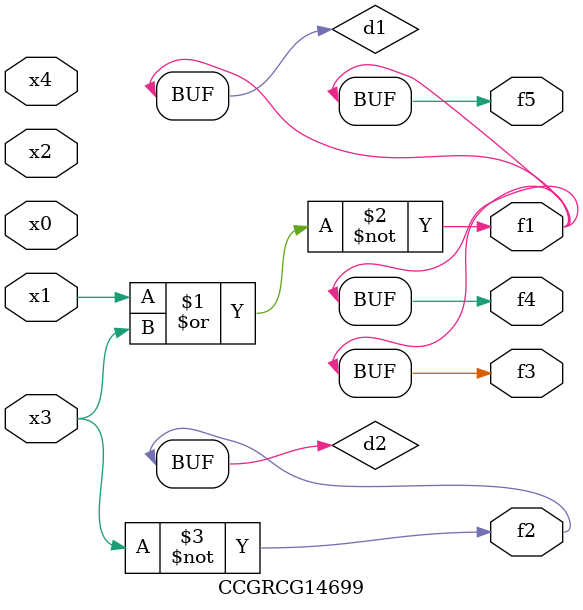
<source format=v>
module CCGRCG14699(
	input x0, x1, x2, x3, x4,
	output f1, f2, f3, f4, f5
);

	wire d1, d2;

	nor (d1, x1, x3);
	not (d2, x3);
	assign f1 = d1;
	assign f2 = d2;
	assign f3 = d1;
	assign f4 = d1;
	assign f5 = d1;
endmodule

</source>
